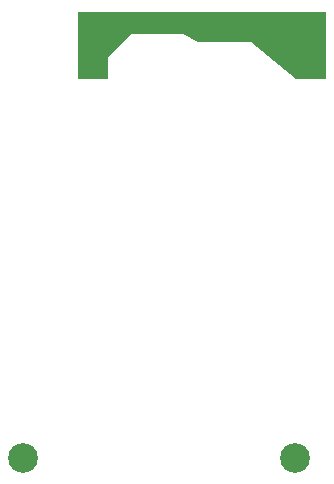
<source format=gbs>
G04 Layer: BottomSolderMaskLayer*
G04 EasyEDA Pro v2.2.46.11, 2026-02-17 18:28:56*
G04 Gerber Generator version 0.3*
G04 Scale: 100 percent, Rotated: No, Reflected: No*
G04 Dimensions in millimeters*
G04 Leading zeros omitted, absolute positions, 4 integers and 5 decimals*
G04 Generated by one-click*
%FSLAX45Y45*%
%MOMM*%
%ADD10C,2.524*%
%ADD11C,0.5934*%
G75*


G04 PolygonModel Start*
G36*
G01X698500Y3429000D02*
G01X698500Y3746500D01*
G01X698500Y4000500D01*
G01X2794000Y4000500D01*
G01X2794000Y3429000D01*
G01X2540000Y3429000D01*
G01X2159000Y3746500D01*
G01X1714500Y3746500D01*
G01X1587500Y3810000D01*
G01X1143000Y3810000D01*
G01X952500Y3619500D01*
G01X952500Y3556000D01*
G01X952500Y3429000D01*
G01X698500Y3429000D01*
G37*

G04 Pad Start*
G54D10*
G01X2529600Y224400D03*
G01X229500Y224400D03*
G04 Pad End*

M02*


</source>
